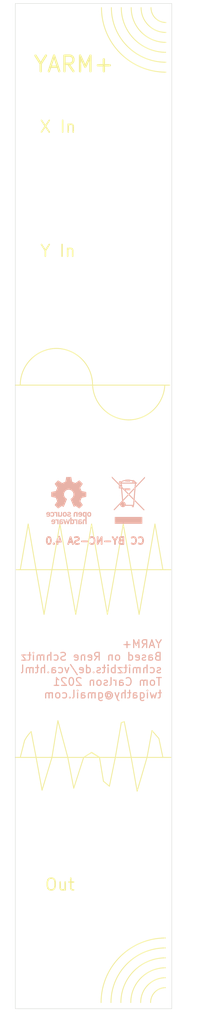
<source format=kicad_pcb>
(kicad_pcb (version 20171130) (host pcbnew "(5.1.9-0-10_14)")

  (general
    (thickness 1.6)
    (drawings 70)
    (tracks 0)
    (zones 0)
    (modules 7)
    (nets 1)
  )

  (page A4)
  (layers
    (0 F.Cu signal)
    (31 B.Cu signal)
    (32 B.Adhes user)
    (33 F.Adhes user)
    (34 B.Paste user)
    (35 F.Paste user)
    (36 B.SilkS user)
    (37 F.SilkS user)
    (38 B.Mask user)
    (39 F.Mask user)
    (40 Dwgs.User user)
    (41 Cmts.User user)
    (42 Eco1.User user)
    (43 Eco2.User user)
    (44 Edge.Cuts user)
    (45 Margin user)
    (46 B.CrtYd user)
    (47 F.CrtYd user)
    (48 B.Fab user)
    (49 F.Fab user)
  )

  (setup
    (last_trace_width 0.25)
    (trace_clearance 0.2)
    (zone_clearance 0.508)
    (zone_45_only no)
    (trace_min 0.2)
    (via_size 0.8)
    (via_drill 0.4)
    (via_min_size 0.4)
    (via_min_drill 0.3)
    (uvia_size 0.3)
    (uvia_drill 0.1)
    (uvias_allowed no)
    (uvia_min_size 0.2)
    (uvia_min_drill 0.1)
    (edge_width 0.05)
    (segment_width 0.2)
    (pcb_text_width 0.3)
    (pcb_text_size 1.5 1.5)
    (mod_edge_width 0.12)
    (mod_text_size 1 1)
    (mod_text_width 0.15)
    (pad_size 1.524 1.524)
    (pad_drill 0.762)
    (pad_to_mask_clearance 0)
    (aux_axis_origin 0 0)
    (visible_elements FFFFFF7F)
    (pcbplotparams
      (layerselection 0x010fc_ffffffff)
      (usegerberextensions false)
      (usegerberattributes true)
      (usegerberadvancedattributes true)
      (creategerberjobfile true)
      (excludeedgelayer true)
      (linewidth 0.100000)
      (plotframeref false)
      (viasonmask false)
      (mode 1)
      (useauxorigin false)
      (hpglpennumber 1)
      (hpglpenspeed 20)
      (hpglpendiameter 15.000000)
      (psnegative false)
      (psa4output false)
      (plotreference true)
      (plotvalue true)
      (plotinvisibletext false)
      (padsonsilk false)
      (subtractmaskfromsilk false)
      (outputformat 1)
      (mirror false)
      (drillshape 0)
      (scaleselection 1)
      (outputdirectory "panel/"))
  )

  (net 0 "")

  (net_class Default "This is the default net class."
    (clearance 0.2)
    (trace_width 0.25)
    (via_dia 0.8)
    (via_drill 0.4)
    (uvia_dia 0.3)
    (uvia_drill 0.1)
  )

  (net_class Power ""
    (clearance 0.2)
    (trace_width 0.5)
    (via_dia 0.8)
    (via_drill 0.4)
    (uvia_dia 0.3)
    (uvia_drill 0.1)
  )

  (module MountingHole:MountingHole_3.2mm_M3 (layer F.Cu) (tedit 5F2EF849) (tstamp 6098AB30)
    (at 173.2788 142.2146 180)
    (descr "Mounting Hole 3.2mm, no annular, M3")
    (tags "mounting hole 3.2mm no annular m3")
    (attr virtual)
    (fp_text reference REF** (at 0 -4.2) (layer F.SilkS) hide
      (effects (font (size 1 1) (thickness 0.15)))
    )
    (fp_text value MountingHole_3.2mm_M3 (at 0 4.2) (layer F.Fab)
      (effects (font (size 1 1) (thickness 0.15)))
    )
    (fp_circle (center 0 0) (end 3.2 0) (layer Cmts.User) (width 0.15))
    (fp_circle (center 0 0) (end 3.45 0) (layer F.CrtYd) (width 0.05))
    (fp_text user %R (at 0.3 0) (layer F.Fab)
      (effects (font (size 1 1) (thickness 0.15)))
    )
    (pad "" np_thru_hole circle (at 0 0 180) (size 6.1 6.1) (drill 6.1) (layers *.Cu *.Mask))
  )

  (module MountingHole:MountingHole_3.2mm_M3 (layer F.Cu) (tedit 5F2EF849) (tstamp 6098AA64)
    (at 173.2788 61.3156 180)
    (descr "Mounting Hole 3.2mm, no annular, M3")
    (tags "mounting hole 3.2mm no annular m3")
    (attr virtual)
    (fp_text reference REF** (at 0 -4.2) (layer F.SilkS) hide
      (effects (font (size 1 1) (thickness 0.15)))
    )
    (fp_text value MountingHole_3.2mm_M3 (at 0 4.2) (layer F.Fab)
      (effects (font (size 1 1) (thickness 0.15)))
    )
    (fp_circle (center 0 0) (end 3.45 0) (layer F.CrtYd) (width 0.05))
    (fp_circle (center 0 0) (end 3.2 0) (layer Cmts.User) (width 0.15))
    (fp_text user %R (at 0.3 0) (layer F.Fab)
      (effects (font (size 1 1) (thickness 0.15)))
    )
    (pad "" np_thru_hole circle (at 0 0 180) (size 6.1 6.1) (drill 6.1) (layers *.Cu *.Mask))
  )

  (module MountingHole:MountingHole_3.2mm_M3 (layer F.Cu) (tedit 5E9C4E3D) (tstamp 6098A8E2)
    (at 165.8366 32.7152)
    (descr "Mounting Hole 3.2mm, no annular, M3")
    (tags "mounting hole 3.2mm no annular m3")
    (attr virtual)
    (fp_text reference REF** (at 0 -4.2) (layer F.SilkS) hide
      (effects (font (size 1 1) (thickness 0.15)))
    )
    (fp_text value MountingHole_3.2mm_M3 (at 0 4.2) (layer F.Fab)
      (effects (font (size 1 1) (thickness 0.15)))
    )
    (fp_circle (center 0 0) (end 3.2 0) (layer Cmts.User) (width 0.15))
    (fp_circle (center 0 0) (end 3.45 0) (layer F.CrtYd) (width 0.05))
    (fp_text user %R (at 0.3 0) (layer F.Fab)
      (effects (font (size 1 1) (thickness 0.15)))
    )
    (pad "" np_thru_hole oval (at 0 0) (size 6.4 3.2) (drill oval 6.4 3.2) (layers *.Cu *.Mask))
  )

  (module MountingHole:MountingHole_3.2mm_M3 (layer F.Cu) (tedit 5E9C4E3D) (tstamp 6098A8CB)
    (at 165.8112 155.1432)
    (descr "Mounting Hole 3.2mm, no annular, M3")
    (tags "mounting hole 3.2mm no annular m3")
    (attr virtual)
    (fp_text reference REF** (at 0 -4.2) (layer F.SilkS) hide
      (effects (font (size 1 1) (thickness 0.15)))
    )
    (fp_text value MountingHole_3.2mm_M3 (at 0 4.2) (layer F.Fab)
      (effects (font (size 1 1) (thickness 0.15)))
    )
    (fp_circle (center 0 0) (end 3.2 0) (layer Cmts.User) (width 0.15))
    (fp_circle (center 0 0) (end 3.45 0) (layer F.CrtYd) (width 0.05))
    (fp_text user %R (at 0.3 0) (layer F.Fab)
      (effects (font (size 1 1) (thickness 0.15)))
    )
    (pad "" np_thru_hole oval (at 0 0) (size 6.4 3.2) (drill oval 6.4 3.2) (layers *.Cu *.Mask))
  )

  (module MountingHole:MountingHole_3.2mm_M3 (layer F.Cu) (tedit 5F2EF849) (tstamp 6098A8B3)
    (at 173.2788 45.4406)
    (descr "Mounting Hole 3.2mm, no annular, M3")
    (tags "mounting hole 3.2mm no annular m3")
    (attr virtual)
    (fp_text reference REF** (at 0 -4.2) (layer F.SilkS) hide
      (effects (font (size 1 1) (thickness 0.15)))
    )
    (fp_text value MountingHole_3.2mm_M3 (at 0 4.2) (layer F.Fab)
      (effects (font (size 1 1) (thickness 0.15)))
    )
    (fp_circle (center 0 0) (end 3.2 0) (layer Cmts.User) (width 0.15))
    (fp_circle (center 0 0) (end 3.45 0) (layer F.CrtYd) (width 0.05))
    (fp_text user %R (at 0.3 0) (layer F.Fab)
      (effects (font (size 1 1) (thickness 0.15)))
    )
    (pad "" np_thru_hole circle (at 0 0) (size 6.1 6.1) (drill 6.1) (layers *.Cu *.Mask))
  )

  (module Symbol:OSHW-Logo_5.7x6mm_SilkScreen (layer B.Cu) (tedit 0) (tstamp 6098A865)
    (at 165.1508 93.2434 180)
    (descr "Open Source Hardware Logo")
    (tags "Logo OSHW")
    (path /600400DA)
    (attr virtual)
    (fp_text reference J27 (at 0 0) (layer B.SilkS) hide
      (effects (font (size 1 1) (thickness 0.15)) (justify mirror))
    )
    (fp_text value OSHW (at 0.75 0) (layer B.Fab) hide
      (effects (font (size 1 1) (thickness 0.15)) (justify mirror))
    )
    (fp_poly (pts (xy 0.376964 2.709982) (xy 0.433812 2.40843) (xy 0.853338 2.235488) (xy 1.104984 2.406605)
      (xy 1.175458 2.45425) (xy 1.239163 2.49679) (xy 1.293126 2.532285) (xy 1.334373 2.55879)
      (xy 1.359934 2.574364) (xy 1.366895 2.577722) (xy 1.379435 2.569086) (xy 1.406231 2.545208)
      (xy 1.44428 2.509141) (xy 1.490579 2.463933) (xy 1.542123 2.412636) (xy 1.595909 2.358299)
      (xy 1.648935 2.303972) (xy 1.698195 2.252705) (xy 1.740687 2.207549) (xy 1.773407 2.171554)
      (xy 1.793351 2.14777) (xy 1.798119 2.13981) (xy 1.791257 2.125135) (xy 1.77202 2.092986)
      (xy 1.74243 2.046508) (xy 1.70451 1.988844) (xy 1.660282 1.92314) (xy 1.634654 1.885664)
      (xy 1.587941 1.817232) (xy 1.546432 1.75548) (xy 1.51214 1.703481) (xy 1.48708 1.664308)
      (xy 1.473264 1.641035) (xy 1.471188 1.636145) (xy 1.475895 1.622245) (xy 1.488723 1.58985)
      (xy 1.507738 1.543515) (xy 1.531003 1.487794) (xy 1.556584 1.427242) (xy 1.582545 1.366414)
      (xy 1.60695 1.309864) (xy 1.627863 1.262148) (xy 1.643349 1.227819) (xy 1.651472 1.211432)
      (xy 1.651952 1.210788) (xy 1.664707 1.207659) (xy 1.698677 1.200679) (xy 1.75034 1.190533)
      (xy 1.816176 1.177908) (xy 1.892664 1.163491) (xy 1.93729 1.155177) (xy 2.019021 1.139616)
      (xy 2.092843 1.124808) (xy 2.155021 1.111564) (xy 2.201822 1.100695) (xy 2.229509 1.093011)
      (xy 2.235074 1.090573) (xy 2.240526 1.07407) (xy 2.244924 1.0368) (xy 2.248272 0.98312)
      (xy 2.250574 0.917388) (xy 2.251832 0.843963) (xy 2.252048 0.767204) (xy 2.251227 0.691468)
      (xy 2.249371 0.621114) (xy 2.246482 0.5605) (xy 2.242565 0.513984) (xy 2.237622 0.485925)
      (xy 2.234657 0.480084) (xy 2.216934 0.473083) (xy 2.179381 0.463073) (xy 2.126964 0.451231)
      (xy 2.064652 0.438733) (xy 2.0429 0.43469) (xy 1.938024 0.41548) (xy 1.85518 0.400009)
      (xy 1.79163 0.387663) (xy 1.744637 0.377827) (xy 1.711463 0.369886) (xy 1.689371 0.363224)
      (xy 1.675624 0.357227) (xy 1.667484 0.351281) (xy 1.666345 0.350106) (xy 1.654977 0.331174)
      (xy 1.637635 0.294331) (xy 1.61605 0.244087) (xy 1.591954 0.184954) (xy 1.567079 0.121444)
      (xy 1.543157 0.058068) (xy 1.521919 -0.000662) (xy 1.505097 -0.050235) (xy 1.494422 -0.086139)
      (xy 1.491627 -0.103862) (xy 1.49186 -0.104483) (xy 1.501331 -0.11897) (xy 1.522818 -0.150844)
      (xy 1.554063 -0.196789) (xy 1.592807 -0.253485) (xy 1.636793 -0.317617) (xy 1.649319 -0.335842)
      (xy 1.693984 -0.401914) (xy 1.733288 -0.4622) (xy 1.765088 -0.513235) (xy 1.787245 -0.55156)
      (xy 1.797617 -0.573711) (xy 1.798119 -0.576432) (xy 1.789405 -0.590736) (xy 1.765325 -0.619072)
      (xy 1.728976 -0.658396) (xy 1.683453 -0.705661) (xy 1.631852 -0.757823) (xy 1.577267 -0.811835)
      (xy 1.522794 -0.864653) (xy 1.471529 -0.913231) (xy 1.426567 -0.954523) (xy 1.391004 -0.985485)
      (xy 1.367935 -1.00307) (xy 1.361554 -1.005941) (xy 1.346699 -0.999178) (xy 1.316286 -0.980939)
      (xy 1.275268 -0.954297) (xy 1.243709 -0.932852) (xy 1.186525 -0.893503) (xy 1.118806 -0.847171)
      (xy 1.05088 -0.800913) (xy 1.014361 -0.776155) (xy 0.890752 -0.692547) (xy 0.786991 -0.74865)
      (xy 0.73972 -0.773228) (xy 0.699523 -0.792331) (xy 0.672326 -0.803227) (xy 0.665402 -0.804743)
      (xy 0.657077 -0.793549) (xy 0.640654 -0.761917) (xy 0.617357 -0.712765) (xy 0.588414 -0.64901)
      (xy 0.55505 -0.573571) (xy 0.518491 -0.489364) (xy 0.479964 -0.399308) (xy 0.440694 -0.306321)
      (xy 0.401908 -0.21332) (xy 0.36483 -0.123223) (xy 0.330689 -0.038948) (xy 0.300708 0.036587)
      (xy 0.276116 0.100466) (xy 0.258136 0.149769) (xy 0.247997 0.181579) (xy 0.246366 0.192504)
      (xy 0.259291 0.206439) (xy 0.287589 0.22906) (xy 0.325346 0.255667) (xy 0.328515 0.257772)
      (xy 0.4261 0.335886) (xy 0.504786 0.427018) (xy 0.563891 0.528255) (xy 0.602732 0.636682)
      (xy 0.620628 0.749386) (xy 0.616897 0.863452) (xy 0.590857 0.975966) (xy 0.541825 1.084015)
      (xy 0.5274 1.107655) (xy 0.452369 1.203113) (xy 0.36373 1.279768) (xy 0.264549 1.33722)
      (xy 0.157895 1.375071) (xy 0.046836 1.392922) (xy -0.065561 1.390375) (xy -0.176227 1.36703)
      (xy -0.282094 1.32249) (xy -0.380095 1.256355) (xy -0.41041 1.229513) (xy -0.487562 1.145488)
      (xy -0.543782 1.057034) (xy -0.582347 0.957885) (xy -0.603826 0.859697) (xy -0.609128 0.749303)
      (xy -0.591448 0.63836) (xy -0.552581 0.530619) (xy -0.494323 0.429831) (xy -0.418469 0.339744)
      (xy -0.326817 0.264108) (xy -0.314772 0.256136) (xy -0.276611 0.230026) (xy -0.247601 0.207405)
      (xy -0.233732 0.192961) (xy -0.233531 0.192504) (xy -0.236508 0.176879) (xy -0.248311 0.141418)
      (xy -0.267714 0.089038) (xy -0.293488 0.022655) (xy -0.324409 -0.054814) (xy -0.359249 -0.14045)
      (xy -0.396783 -0.231337) (xy -0.435783 -0.324559) (xy -0.475023 -0.417197) (xy -0.513276 -0.506335)
      (xy -0.549317 -0.589055) (xy -0.581917 -0.662441) (xy -0.609852 -0.723575) (xy -0.631895 -0.769541)
      (xy -0.646818 -0.797421) (xy -0.652828 -0.804743) (xy -0.671191 -0.799041) (xy -0.705552 -0.783749)
      (xy -0.749984 -0.761599) (xy -0.774417 -0.74865) (xy -0.878178 -0.692547) (xy -1.001787 -0.776155)
      (xy -1.064886 -0.818987) (xy -1.13397 -0.866122) (xy -1.198707 -0.910503) (xy -1.231134 -0.932852)
      (xy -1.276741 -0.963477) (xy -1.31536 -0.987747) (xy -1.341952 -1.002587) (xy -1.35059 -1.005724)
      (xy -1.363161 -0.997261) (xy -1.390984 -0.973636) (xy -1.431361 -0.937302) (xy -1.481595 -0.890711)
      (xy -1.538988 -0.836317) (xy -1.575286 -0.801392) (xy -1.63879 -0.738996) (xy -1.693673 -0.683188)
      (xy -1.737714 -0.636354) (xy -1.768695 -0.600882) (xy -1.784398 -0.579161) (xy -1.785905 -0.574752)
      (xy -1.778914 -0.557985) (xy -1.759594 -0.524082) (xy -1.730091 -0.476476) (xy -1.692545 -0.418599)
      (xy -1.6491 -0.353884) (xy -1.636745 -0.335842) (xy -1.591727 -0.270267) (xy -1.55134 -0.211228)
      (xy -1.51784 -0.162042) (xy -1.493486 -0.126028) (xy -1.480536 -0.106502) (xy -1.479285 -0.104483)
      (xy -1.481156 -0.088922) (xy -1.491087 -0.054709) (xy -1.507347 -0.006355) (xy -1.528205 0.051629)
      (xy -1.551927 0.11473) (xy -1.576784 0.178437) (xy -1.601042 0.238239) (xy -1.622971 0.289624)
      (xy -1.640838 0.328081) (xy -1.652913 0.349098) (xy -1.653771 0.350106) (xy -1.661154 0.356112)
      (xy -1.673625 0.362052) (xy -1.69392 0.36854) (xy -1.724778 0.376191) (xy -1.768934 0.38562)
      (xy -1.829126 0.397441) (xy -1.908093 0.412271) (xy -2.00857 0.430723) (xy -2.030325 0.43469)
      (xy -2.094802 0.447147) (xy -2.151011 0.459334) (xy -2.193987 0.470074) (xy -2.21876 0.478191)
      (xy -2.222082 0.480084) (xy -2.227556 0.496862) (xy -2.232006 0.534355) (xy -2.235428 0.588206)
      (xy -2.237819 0.654056) (xy -2.239177 0.727547) (xy -2.239499 0.80432) (xy -2.238781 0.880017)
      (xy -2.237021 0.95028) (xy -2.234216 1.01075) (xy -2.230362 1.05707) (xy -2.225457 1.084881)
      (xy -2.2225 1.090573) (xy -2.206037 1.096314) (xy -2.168551 1.105655) (xy -2.113775 1.117785)
      (xy -2.045445 1.131893) (xy -1.967294 1.14717) (xy -1.924716 1.155177) (xy -1.843929 1.170279)
      (xy -1.771887 1.18396) (xy -1.712111 1.195533) (xy -1.668121 1.204313) (xy -1.643439 1.209613)
      (xy -1.639377 1.210788) (xy -1.632511 1.224035) (xy -1.617998 1.255943) (xy -1.597771 1.301953)
      (xy -1.573766 1.357508) (xy -1.547918 1.418047) (xy -1.52216 1.479014) (xy -1.498427 1.535849)
      (xy -1.478654 1.583994) (xy -1.464776 1.61889) (xy -1.458726 1.635979) (xy -1.458614 1.636726)
      (xy -1.465472 1.650207) (xy -1.484698 1.68123) (xy -1.514272 1.726711) (xy -1.552173 1.783568)
      (xy -1.59638 1.848717) (xy -1.622079 1.886138) (xy -1.668907 1.954753) (xy -1.710499 2.017048)
      (xy -1.744825 2.069871) (xy -1.769857 2.110073) (xy -1.783565 2.1345) (xy -1.785544 2.139976)
      (xy -1.777034 2.152722) (xy -1.753507 2.179937) (xy -1.717968 2.218572) (xy -1.673423 2.265577)
      (xy -1.622877 2.317905) (xy -1.569336 2.372505) (xy -1.515805 2.42633) (xy -1.465289 2.47633)
      (xy -1.420794 2.519457) (xy -1.385325 2.552661) (xy -1.361887 2.572894) (xy -1.354046 2.577722)
      (xy -1.34128 2.570933) (xy -1.310744 2.551858) (xy -1.26541 2.522439) (xy -1.208244 2.484619)
      (xy -1.142216 2.440339) (xy -1.09241 2.406605) (xy -0.840764 2.235488) (xy -0.631001 2.321959)
      (xy -0.421237 2.40843) (xy -0.364389 2.709982) (xy -0.30754 3.011534) (xy 0.320115 3.011534)
      (xy 0.376964 2.709982)) (layer B.SilkS) (width 0.01))
    (fp_poly (pts (xy 1.79946 -1.45803) (xy 1.842711 -1.471245) (xy 1.870558 -1.487941) (xy 1.879629 -1.501145)
      (xy 1.877132 -1.516797) (xy 1.860931 -1.541385) (xy 1.847232 -1.5588) (xy 1.818992 -1.590283)
      (xy 1.797775 -1.603529) (xy 1.779688 -1.602664) (xy 1.726035 -1.58901) (xy 1.68663 -1.58963)
      (xy 1.654632 -1.605104) (xy 1.64389 -1.614161) (xy 1.609505 -1.646027) (xy 1.609505 -2.062179)
      (xy 1.471188 -2.062179) (xy 1.471188 -1.458614) (xy 1.540347 -1.458614) (xy 1.581869 -1.460256)
      (xy 1.603291 -1.466087) (xy 1.609502 -1.477461) (xy 1.609505 -1.477798) (xy 1.612439 -1.489713)
      (xy 1.625704 -1.488159) (xy 1.644084 -1.479563) (xy 1.682046 -1.463568) (xy 1.712872 -1.453945)
      (xy 1.752536 -1.451478) (xy 1.79946 -1.45803)) (layer B.SilkS) (width 0.01))
    (fp_poly (pts (xy -0.754012 -1.469002) (xy -0.722717 -1.48395) (xy -0.692409 -1.505541) (xy -0.669318 -1.530391)
      (xy -0.6525 -1.562087) (xy -0.641006 -1.604214) (xy -0.633891 -1.660358) (xy -0.630207 -1.734106)
      (xy -0.629008 -1.829044) (xy -0.628989 -1.838985) (xy -0.628713 -2.062179) (xy -0.76703 -2.062179)
      (xy -0.76703 -1.856418) (xy -0.767128 -1.780189) (xy -0.767809 -1.724939) (xy -0.769651 -1.686501)
      (xy -0.773233 -1.660706) (xy -0.779132 -1.643384) (xy -0.787927 -1.630368) (xy -0.80018 -1.617507)
      (xy -0.843047 -1.589873) (xy -0.889843 -1.584745) (xy -0.934424 -1.602217) (xy -0.949928 -1.615221)
      (xy -0.96131 -1.627447) (xy -0.969481 -1.64054) (xy -0.974974 -1.658615) (xy -0.97832 -1.685787)
      (xy -0.980051 -1.72617) (xy -0.980697 -1.783879) (xy -0.980792 -1.854132) (xy -0.980792 -2.062179)
      (xy -1.119109 -2.062179) (xy -1.119109 -1.458614) (xy -1.04995 -1.458614) (xy -1.008428 -1.460256)
      (xy -0.987006 -1.466087) (xy -0.980795 -1.477461) (xy -0.980792 -1.477798) (xy -0.97791 -1.488938)
      (xy -0.965199 -1.487674) (xy -0.939926 -1.475434) (xy -0.882605 -1.457424) (xy -0.817037 -1.455421)
      (xy -0.754012 -1.469002)) (layer B.SilkS) (width 0.01))
    (fp_poly (pts (xy 2.677898 -1.456457) (xy 2.710096 -1.464279) (xy 2.771825 -1.492921) (xy 2.82461 -1.536667)
      (xy 2.861141 -1.589117) (xy 2.86616 -1.600893) (xy 2.873045 -1.63174) (xy 2.877864 -1.677371)
      (xy 2.879505 -1.723492) (xy 2.879505 -1.810693) (xy 2.697178 -1.810693) (xy 2.621979 -1.810978)
      (xy 2.569003 -1.812704) (xy 2.535325 -1.817181) (xy 2.51802 -1.82572) (xy 2.514163 -1.83963)
      (xy 2.520829 -1.860222) (xy 2.53277 -1.884315) (xy 2.56608 -1.924525) (xy 2.612368 -1.944558)
      (xy 2.668944 -1.943905) (xy 2.733031 -1.922101) (xy 2.788417 -1.895193) (xy 2.834375 -1.931532)
      (xy 2.880333 -1.967872) (xy 2.837096 -2.007819) (xy 2.779374 -2.045563) (xy 2.708386 -2.06832)
      (xy 2.632029 -2.074688) (xy 2.558199 -2.063268) (xy 2.546287 -2.059393) (xy 2.481399 -2.025506)
      (xy 2.43313 -1.974986) (xy 2.400465 -1.906325) (xy 2.382385 -1.818014) (xy 2.382175 -1.816121)
      (xy 2.380556 -1.719878) (xy 2.3871 -1.685542) (xy 2.514852 -1.685542) (xy 2.526584 -1.690822)
      (xy 2.558438 -1.694867) (xy 2.605397 -1.697176) (xy 2.635154 -1.697525) (xy 2.690648 -1.697306)
      (xy 2.725346 -1.695916) (xy 2.743601 -1.692251) (xy 2.749766 -1.68521) (xy 2.748195 -1.67369)
      (xy 2.746878 -1.669233) (xy 2.724382 -1.627355) (xy 2.689003 -1.593604) (xy 2.65778 -1.578773)
      (xy 2.616301 -1.579668) (xy 2.574269 -1.598164) (xy 2.539012 -1.628786) (xy 2.517854 -1.666062)
      (xy 2.514852 -1.685542) (xy 2.3871 -1.685542) (xy 2.39669 -1.635229) (xy 2.428698 -1.564191)
      (xy 2.474701 -1.508779) (xy 2.532821 -1.471009) (xy 2.60118 -1.452896) (xy 2.677898 -1.456457)) (layer B.SilkS) (width 0.01))
    (fp_poly (pts (xy 2.217226 -1.46388) (xy 2.29008 -1.49483) (xy 2.313027 -1.509895) (xy 2.342354 -1.533048)
      (xy 2.360764 -1.551253) (xy 2.363961 -1.557183) (xy 2.354935 -1.57034) (xy 2.331837 -1.592667)
      (xy 2.313344 -1.60825) (xy 2.262728 -1.648926) (xy 2.22276 -1.615295) (xy 2.191874 -1.593584)
      (xy 2.161759 -1.58609) (xy 2.127292 -1.58792) (xy 2.072561 -1.601528) (xy 2.034886 -1.629772)
      (xy 2.011991 -1.675433) (xy 2.001597 -1.741289) (xy 2.001595 -1.741331) (xy 2.002494 -1.814939)
      (xy 2.016463 -1.868946) (xy 2.044328 -1.905716) (xy 2.063325 -1.918168) (xy 2.113776 -1.933673)
      (xy 2.167663 -1.933683) (xy 2.214546 -1.918638) (xy 2.225644 -1.911287) (xy 2.253476 -1.892511)
      (xy 2.275236 -1.889434) (xy 2.298704 -1.903409) (xy 2.324649 -1.92851) (xy 2.365716 -1.97088)
      (xy 2.320121 -2.008464) (xy 2.249674 -2.050882) (xy 2.170233 -2.071785) (xy 2.087215 -2.070272)
      (xy 2.032694 -2.056411) (xy 1.96897 -2.022135) (xy 1.918005 -1.968212) (xy 1.894851 -1.930149)
      (xy 1.876099 -1.875536) (xy 1.866715 -1.806369) (xy 1.866643 -1.731407) (xy 1.875824 -1.659409)
      (xy 1.894199 -1.599137) (xy 1.897093 -1.592958) (xy 1.939952 -1.532351) (xy 1.997979 -1.488224)
      (xy 2.066591 -1.461493) (xy 2.141201 -1.453073) (xy 2.217226 -1.46388)) (layer B.SilkS) (width 0.01))
    (fp_poly (pts (xy 0.993367 -1.654342) (xy 0.994555 -1.746563) (xy 0.998897 -1.81661) (xy 1.007558 -1.867381)
      (xy 1.021704 -1.901772) (xy 1.0425 -1.922679) (xy 1.07111 -1.933) (xy 1.106535 -1.935636)
      (xy 1.143636 -1.932682) (xy 1.171818 -1.921889) (xy 1.192243 -1.90036) (xy 1.206079 -1.865199)
      (xy 1.214491 -1.81351) (xy 1.218643 -1.742394) (xy 1.219703 -1.654342) (xy 1.219703 -1.458614)
      (xy 1.35802 -1.458614) (xy 1.35802 -2.062179) (xy 1.288862 -2.062179) (xy 1.24717 -2.060489)
      (xy 1.225701 -2.054556) (xy 1.219703 -2.043293) (xy 1.216091 -2.033261) (xy 1.201714 -2.035383)
      (xy 1.172736 -2.04958) (xy 1.106319 -2.07148) (xy 1.035875 -2.069928) (xy 0.968377 -2.046147)
      (xy 0.936233 -2.027362) (xy 0.911715 -2.007022) (xy 0.893804 -1.981573) (xy 0.881479 -1.947458)
      (xy 0.873723 -1.901121) (xy 0.869516 -1.839007) (xy 0.86784 -1.757561) (xy 0.867624 -1.694578)
      (xy 0.867624 -1.458614) (xy 0.993367 -1.458614) (xy 0.993367 -1.654342)) (layer B.SilkS) (width 0.01))
    (fp_poly (pts (xy 0.610762 -1.466055) (xy 0.674363 -1.500692) (xy 0.724123 -1.555372) (xy 0.747568 -1.599842)
      (xy 0.757634 -1.639121) (xy 0.764156 -1.695116) (xy 0.766951 -1.759621) (xy 0.765836 -1.824429)
      (xy 0.760626 -1.881334) (xy 0.754541 -1.911727) (xy 0.734014 -1.953306) (xy 0.698463 -1.997468)
      (xy 0.655619 -2.036087) (xy 0.613211 -2.061034) (xy 0.612177 -2.06143) (xy 0.559553 -2.072331)
      (xy 0.497188 -2.072601) (xy 0.437924 -2.062676) (xy 0.41504 -2.054722) (xy 0.356102 -2.0213)
      (xy 0.31389 -1.977511) (xy 0.286156 -1.919538) (xy 0.270651 -1.843565) (xy 0.267143 -1.803771)
      (xy 0.26759 -1.753766) (xy 0.402376 -1.753766) (xy 0.406917 -1.826732) (xy 0.419986 -1.882334)
      (xy 0.440756 -1.917861) (xy 0.455552 -1.92802) (xy 0.493464 -1.935104) (xy 0.538527 -1.933007)
      (xy 0.577487 -1.922812) (xy 0.587704 -1.917204) (xy 0.614659 -1.884538) (xy 0.632451 -1.834545)
      (xy 0.640024 -1.773705) (xy 0.636325 -1.708497) (xy 0.628057 -1.669253) (xy 0.60432 -1.623805)
      (xy 0.566849 -1.595396) (xy 0.52172 -1.585573) (xy 0.475011 -1.595887) (xy 0.439132 -1.621112)
      (xy 0.420277 -1.641925) (xy 0.409272 -1.662439) (xy 0.404026 -1.690203) (xy 0.402449 -1.732762)
      (xy 0.402376 -1.753766) (xy 0.26759 -1.753766) (xy 0.268094 -1.69758) (xy 0.285388 -1.610501)
      (xy 0.319029 -1.54253) (xy 0.369018 -1.493664) (xy 0.435356 -1.463899) (xy 0.449601 -1.460448)
      (xy 0.53521 -1.452345) (xy 0.610762 -1.466055)) (layer B.SilkS) (width 0.01))
    (fp_poly (pts (xy 0.014017 -1.456452) (xy 0.061634 -1.465482) (xy 0.111034 -1.48437) (xy 0.116312 -1.486777)
      (xy 0.153774 -1.506476) (xy 0.179717 -1.524781) (xy 0.188103 -1.536508) (xy 0.180117 -1.555632)
      (xy 0.16072 -1.58385) (xy 0.15211 -1.594384) (xy 0.116628 -1.635847) (xy 0.070885 -1.608858)
      (xy 0.02735 -1.590878) (xy -0.02295 -1.581267) (xy -0.071188 -1.58066) (xy -0.108533 -1.589691)
      (xy -0.117495 -1.595327) (xy -0.134563 -1.621171) (xy -0.136637 -1.650941) (xy -0.123866 -1.674197)
      (xy -0.116312 -1.678708) (xy -0.093675 -1.684309) (xy -0.053885 -1.690892) (xy -0.004834 -1.697183)
      (xy 0.004215 -1.69817) (xy 0.082996 -1.711798) (xy 0.140136 -1.734946) (xy 0.17803 -1.769752)
      (xy 0.199079 -1.818354) (xy 0.205635 -1.877718) (xy 0.196577 -1.945198) (xy 0.167164 -1.998188)
      (xy 0.117278 -2.036783) (xy 0.0468 -2.061081) (xy -0.031435 -2.070667) (xy -0.095234 -2.070552)
      (xy -0.146984 -2.061845) (xy -0.182327 -2.049825) (xy -0.226983 -2.02888) (xy -0.268253 -2.004574)
      (xy -0.282921 -1.993876) (xy -0.320643 -1.963084) (xy -0.275148 -1.917049) (xy -0.229653 -1.871013)
      (xy -0.177928 -1.905243) (xy -0.126048 -1.930952) (xy -0.070649 -1.944399) (xy -0.017395 -1.945818)
      (xy 0.028049 -1.935443) (xy 0.060016 -1.913507) (xy 0.070338 -1.894998) (xy 0.068789 -1.865314)
      (xy 0.04314 -1.842615) (xy -0.00654 -1.82694) (xy -0.060969 -1.819695) (xy -0.144736 -1.805873)
      (xy -0.206967 -1.779796) (xy -0.248493 -1.740699) (xy -0.270147 -1.68782) (xy -0.273147 -1.625126)
      (xy -0.258329 -1.559642) (xy -0.224546 -1.510144) (xy -0.171495 -1.476408) (xy -0.098874 -1.458207)
      (xy -0.045072 -1.454639) (xy 0.014017 -1.456452)) (layer B.SilkS) (width 0.01))
    (fp_poly (pts (xy -1.356699 -1.472614) (xy -1.344168 -1.478514) (xy -1.300799 -1.510283) (xy -1.25979 -1.556646)
      (xy -1.229168 -1.607696) (xy -1.220459 -1.631166) (xy -1.212512 -1.673091) (xy -1.207774 -1.723757)
      (xy -1.207199 -1.744679) (xy -1.207129 -1.810693) (xy -1.587083 -1.810693) (xy -1.578983 -1.845273)
      (xy -1.559104 -1.88617) (xy -1.524347 -1.921514) (xy -1.482998 -1.944282) (xy -1.456649 -1.94901)
      (xy -1.420916 -1.943273) (xy -1.378282 -1.928882) (xy -1.363799 -1.922262) (xy -1.31024 -1.895513)
      (xy -1.264533 -1.930376) (xy -1.238158 -1.953955) (xy -1.224124 -1.973417) (xy -1.223414 -1.979129)
      (xy -1.235951 -1.992973) (xy -1.263428 -2.014012) (xy -1.288366 -2.030425) (xy -1.355664 -2.05993)
      (xy -1.43111 -2.073284) (xy -1.505888 -2.069812) (xy -1.565495 -2.051663) (xy -1.626941 -2.012784)
      (xy -1.670608 -1.961595) (xy -1.697926 -1.895367) (xy -1.710322 -1.811371) (xy -1.711421 -1.772936)
      (xy -1.707022 -1.684861) (xy -1.706482 -1.682299) (xy -1.580582 -1.682299) (xy -1.577115 -1.690558)
      (xy -1.562863 -1.695113) (xy -1.53347 -1.697065) (xy -1.484575 -1.697517) (xy -1.465748 -1.697525)
      (xy -1.408467 -1.696843) (xy -1.372141 -1.694364) (xy -1.352604 -1.689443) (xy -1.34569 -1.681434)
      (xy -1.345445 -1.678862) (xy -1.353336 -1.658423) (xy -1.373085 -1.629789) (xy -1.381575 -1.619763)
      (xy -1.413094 -1.591408) (xy -1.445949 -1.580259) (xy -1.463651 -1.579327) (xy -1.511539 -1.590981)
      (xy -1.551699 -1.622285) (xy -1.577173 -1.667752) (xy -1.577625 -1.669233) (xy -1.580582 -1.682299)
      (xy -1.706482 -1.682299) (xy -1.692392 -1.61551) (xy -1.666038 -1.560025) (xy -1.633807 -1.520639)
      (xy -1.574217 -1.477931) (xy -1.504168 -1.455109) (xy -1.429661 -1.453046) (xy -1.356699 -1.472614)) (layer B.SilkS) (width 0.01))
    (fp_poly (pts (xy -2.538261 -1.465148) (xy -2.472479 -1.494231) (xy -2.42254 -1.542793) (xy -2.388374 -1.610908)
      (xy -2.369907 -1.698651) (xy -2.368583 -1.712351) (xy -2.367546 -1.808939) (xy -2.380993 -1.893602)
      (xy -2.408108 -1.962221) (xy -2.422627 -1.984294) (xy -2.473201 -2.031011) (xy -2.537609 -2.061268)
      (xy -2.609666 -2.073824) (xy -2.683185 -2.067439) (xy -2.739072 -2.047772) (xy -2.787132 -2.014629)
      (xy -2.826412 -1.971175) (xy -2.827092 -1.970158) (xy -2.843044 -1.943338) (xy -2.85341 -1.916368)
      (xy -2.859688 -1.882332) (xy -2.863373 -1.83431) (xy -2.864997 -1.794931) (xy -2.865672 -1.759219)
      (xy -2.739955 -1.759219) (xy -2.738726 -1.79477) (xy -2.734266 -1.842094) (xy -2.726397 -1.872465)
      (xy -2.712207 -1.894072) (xy -2.698917 -1.906694) (xy -2.651802 -1.933122) (xy -2.602505 -1.936653)
      (xy -2.556593 -1.917639) (xy -2.533638 -1.896331) (xy -2.517096 -1.874859) (xy -2.507421 -1.854313)
      (xy -2.503174 -1.827574) (xy -2.50292 -1.787523) (xy -2.504228 -1.750638) (xy -2.507043 -1.697947)
      (xy -2.511505 -1.663772) (xy -2.519548 -1.64148) (xy -2.533103 -1.624442) (xy -2.543845 -1.614703)
      (xy -2.588777 -1.589123) (xy -2.637249 -1.587847) (xy -2.677894 -1.602999) (xy -2.712567 -1.634642)
      (xy -2.733224 -1.68662) (xy -2.739955 -1.759219) (xy -2.865672 -1.759219) (xy -2.866479 -1.716621)
      (xy -2.863948 -1.658056) (xy -2.856362 -1.614007) (xy -2.842681 -1.579248) (xy -2.821865 -1.548551)
      (xy -2.814147 -1.539436) (xy -2.765889 -1.494021) (xy -2.714128 -1.467493) (xy -2.650828 -1.456379)
      (xy -2.619961 -1.455471) (xy -2.538261 -1.465148)) (layer B.SilkS) (width 0.01))
    (fp_poly (pts (xy 2.032581 -2.40497) (xy 2.092685 -2.420597) (xy 2.143021 -2.452848) (xy 2.167393 -2.47694)
      (xy 2.207345 -2.533895) (xy 2.230242 -2.599965) (xy 2.238108 -2.681182) (xy 2.238148 -2.687748)
      (xy 2.238218 -2.753763) (xy 1.858264 -2.753763) (xy 1.866363 -2.788342) (xy 1.880987 -2.819659)
      (xy 1.906581 -2.852291) (xy 1.911935 -2.8575) (xy 1.957943 -2.885694) (xy 2.01041 -2.890475)
      (xy 2.070803 -2.871926) (xy 2.08104 -2.866931) (xy 2.112439 -2.851745) (xy 2.13347 -2.843094)
      (xy 2.137139 -2.842293) (xy 2.149948 -2.850063) (xy 2.174378 -2.869072) (xy 2.186779 -2.87946)
      (xy 2.212476 -2.903321) (xy 2.220915 -2.919077) (xy 2.215058 -2.933571) (xy 2.211928 -2.937534)
      (xy 2.190725 -2.954879) (xy 2.155738 -2.975959) (xy 2.131337 -2.988265) (xy 2.062072 -3.009946)
      (xy 1.985388 -3.016971) (xy 1.912765 -3.008647) (xy 1.892426 -3.002686) (xy 1.829476 -2.968952)
      (xy 1.782815 -2.917045) (xy 1.752173 -2.846459) (xy 1.737282 -2.756692) (xy 1.735647 -2.709753)
      (xy 1.740421 -2.641413) (xy 1.86099 -2.641413) (xy 1.872652 -2.646465) (xy 1.903998 -2.650429)
      (xy 1.949571 -2.652768) (xy 1.980446 -2.653169) (xy 2.035981 -2.652783) (xy 2.071033 -2.650975)
      (xy 2.090262 -2.646773) (xy 2.09833 -2.639203) (xy 2.099901 -2.628218) (xy 2.089121 -2.594381)
      (xy 2.06198 -2.56094) (xy 2.026277 -2.535272) (xy 1.99056 -2.524772) (xy 1.942048 -2.534086)
      (xy 1.900053 -2.561013) (xy 1.870936 -2.599827) (xy 1.86099 -2.641413) (xy 1.740421 -2.641413)
      (xy 1.742599 -2.610236) (xy 1.764055 -2.530949) (xy 1.80047 -2.471263) (xy 1.852297 -2.430549)
      (xy 1.91999 -2.408179) (xy 1.956662 -2.403871) (xy 2.032581 -2.40497)) (layer B.SilkS) (width 0.01))
    (fp_poly (pts (xy 1.635255 -2.401486) (xy 1.683595 -2.411015) (xy 1.711114 -2.425125) (xy 1.740064 -2.448568)
      (xy 1.698876 -2.500571) (xy 1.673482 -2.532064) (xy 1.656238 -2.547428) (xy 1.639102 -2.549776)
      (xy 1.614027 -2.542217) (xy 1.602257 -2.537941) (xy 1.55427 -2.531631) (xy 1.510324 -2.545156)
      (xy 1.47806 -2.57571) (xy 1.472819 -2.585452) (xy 1.467112 -2.611258) (xy 1.462706 -2.658817)
      (xy 1.459811 -2.724758) (xy 1.458631 -2.80571) (xy 1.458614 -2.817226) (xy 1.458614 -3.017822)
      (xy 1.320297 -3.017822) (xy 1.320297 -2.401683) (xy 1.389456 -2.401683) (xy 1.429333 -2.402725)
      (xy 1.450107 -2.407358) (xy 1.457789 -2.417849) (xy 1.458614 -2.427745) (xy 1.458614 -2.453806)
      (xy 1.491745 -2.427745) (xy 1.529735 -2.409965) (xy 1.58077 -2.401174) (xy 1.635255 -2.401486)) (layer B.SilkS) (width 0.01))
    (fp_poly (pts (xy 1.038411 -2.405417) (xy 1.091411 -2.41829) (xy 1.106731 -2.42511) (xy 1.136428 -2.442974)
      (xy 1.15922 -2.463093) (xy 1.176083 -2.488962) (xy 1.187998 -2.524073) (xy 1.195942 -2.57192)
      (xy 1.200894 -2.635996) (xy 1.203831 -2.719794) (xy 1.204947 -2.775768) (xy 1.209052 -3.017822)
      (xy 1.138932 -3.017822) (xy 1.096393 -3.016038) (xy 1.074476 -3.009942) (xy 1.068812 -2.999706)
      (xy 1.065821 -2.988637) (xy 1.052451 -2.990754) (xy 1.034233 -2.999629) (xy 0.988624 -3.013233)
      (xy 0.930007 -3.016899) (xy 0.868354 -3.010903) (xy 0.813638 -2.995521) (xy 0.80873 -2.993386)
      (xy 0.758723 -2.958255) (xy 0.725756 -2.909419) (xy 0.710587 -2.852333) (xy 0.711746 -2.831824)
      (xy 0.835508 -2.831824) (xy 0.846413 -2.859425) (xy 0.878745 -2.879204) (xy 0.93091 -2.889819)
      (xy 0.958787 -2.891228) (xy 1.005247 -2.88762) (xy 1.036129 -2.873597) (xy 1.043664 -2.866931)
      (xy 1.064076 -2.830666) (xy 1.068812 -2.797773) (xy 1.068812 -2.753763) (xy 1.007513 -2.753763)
      (xy 0.936256 -2.757395) (xy 0.886276 -2.768818) (xy 0.854696 -2.788824) (xy 0.847626 -2.797743)
      (xy 0.835508 -2.831824) (xy 0.711746 -2.831824) (xy 0.713971 -2.792456) (xy 0.736663 -2.735244)
      (xy 0.767624 -2.69658) (xy 0.786376 -2.679864) (xy 0.804733 -2.668878) (xy 0.828619 -2.66218)
      (xy 0.863957 -2.658326) (xy 0.916669 -2.655873) (xy 0.937577 -2.655168) (xy 1.068812 -2.650879)
      (xy 1.06862 -2.611158) (xy 1.063537 -2.569405) (xy 1.045162 -2.544158) (xy 1.008039 -2.52803)
      (xy 1.007043 -2.527742) (xy 0.95441 -2.5214) (xy 0.902906 -2.529684) (xy 0.86463 -2.549827)
      (xy 0.849272 -2.559773) (xy 0.83273 -2.558397) (xy 0.807275 -2.543987) (xy 0.792328 -2.533817)
      (xy 0.763091 -2.512088) (xy 0.74498 -2.4958) (xy 0.742074 -2.491137) (xy 0.75404 -2.467005)
      (xy 0.789396 -2.438185) (xy 0.804753 -2.428461) (xy 0.848901 -2.411714) (xy 0.908398 -2.402227)
      (xy 0.974487 -2.400095) (xy 1.038411 -2.405417)) (layer B.SilkS) (width 0.01))
    (fp_poly (pts (xy 0.281524 -2.404237) (xy 0.331255 -2.407971) (xy 0.461291 -2.797773) (xy 0.481678 -2.728614)
      (xy 0.493946 -2.685874) (xy 0.510085 -2.628115) (xy 0.527512 -2.564625) (xy 0.536726 -2.53057)
      (xy 0.571388 -2.401683) (xy 0.714391 -2.401683) (xy 0.671646 -2.536857) (xy 0.650596 -2.603342)
      (xy 0.625167 -2.683539) (xy 0.59861 -2.767193) (xy 0.574902 -2.841782) (xy 0.520902 -3.011535)
      (xy 0.462598 -3.015328) (xy 0.404295 -3.019122) (xy 0.372679 -2.914734) (xy 0.353182 -2.849889)
      (xy 0.331904 -2.7784) (xy 0.313308 -2.715263) (xy 0.312574 -2.71275) (xy 0.298684 -2.669969)
      (xy 0.286429 -2.640779) (xy 0.277846 -2.629741) (xy 0.276082 -2.631018) (xy 0.269891 -2.64813)
      (xy 0.258128 -2.684787) (xy 0.242225 -2.736378) (xy 0.223614 -2.798294) (xy 0.213543 -2.832352)
      (xy 0.159007 -3.017822) (xy 0.043264 -3.017822) (xy -0.049263 -2.725471) (xy -0.075256 -2.643462)
      (xy -0.098934 -2.568987) (xy -0.11918 -2.505544) (xy -0.134874 -2.456632) (xy -0.144898 -2.425749)
      (xy -0.147945 -2.416726) (xy -0.145533 -2.407487) (xy -0.126592 -2.403441) (xy -0.087177 -2.403846)
      (xy -0.081007 -2.404152) (xy -0.007914 -2.407971) (xy 0.039957 -2.58401) (xy 0.057553 -2.648211)
      (xy 0.073277 -2.704649) (xy 0.085746 -2.748422) (xy 0.093574 -2.77463) (xy 0.09502 -2.778903)
      (xy 0.101014 -2.77399) (xy 0.113101 -2.748532) (xy 0.129893 -2.705997) (xy 0.150003 -2.64985)
      (xy 0.167003 -2.59913) (xy 0.231794 -2.400504) (xy 0.281524 -2.404237)) (layer B.SilkS) (width 0.01))
    (fp_poly (pts (xy -0.201188 -3.017822) (xy -0.270346 -3.017822) (xy -0.310488 -3.016645) (xy -0.331394 -3.011772)
      (xy -0.338922 -3.001186) (xy -0.339505 -2.994029) (xy -0.340774 -2.979676) (xy -0.348779 -2.976923)
      (xy -0.369815 -2.985771) (xy -0.386173 -2.994029) (xy -0.448977 -3.013597) (xy -0.517248 -3.014729)
      (xy -0.572752 -3.000135) (xy -0.624438 -2.964877) (xy -0.663838 -2.912835) (xy -0.685413 -2.85145)
      (xy -0.685962 -2.848018) (xy -0.689167 -2.810571) (xy -0.690761 -2.756813) (xy -0.690633 -2.716155)
      (xy -0.553279 -2.716155) (xy -0.550097 -2.770194) (xy -0.542859 -2.814735) (xy -0.53306 -2.839888)
      (xy -0.495989 -2.87426) (xy -0.451974 -2.886582) (xy -0.406584 -2.876618) (xy -0.367797 -2.846895)
      (xy -0.353108 -2.826905) (xy -0.344519 -2.80305) (xy -0.340496 -2.76823) (xy -0.339505 -2.71593)
      (xy -0.341278 -2.664139) (xy -0.345963 -2.618634) (xy -0.352603 -2.588181) (xy -0.35371 -2.585452)
      (xy -0.380491 -2.553) (xy -0.419579 -2.535183) (xy -0.463315 -2.532306) (xy -0.504038 -2.544674)
      (xy -0.534087 -2.572593) (xy -0.537204 -2.578148) (xy -0.546961 -2.612022) (xy -0.552277 -2.660728)
      (xy -0.553279 -2.716155) (xy -0.690633 -2.716155) (xy -0.690568 -2.69554) (xy -0.689664 -2.662563)
      (xy -0.683514 -2.580981) (xy -0.670733 -2.51973) (xy -0.649471 -2.474449) (xy -0.617878 -2.440779)
      (xy -0.587207 -2.421014) (xy -0.544354 -2.40712) (xy -0.491056 -2.402354) (xy -0.43648 -2.406236)
      (xy -0.389792 -2.418282) (xy -0.365124 -2.432693) (xy -0.339505 -2.455878) (xy -0.339505 -2.162773)
      (xy -0.201188 -2.162773) (xy -0.201188 -3.017822)) (layer B.SilkS) (width 0.01))
    (fp_poly (pts (xy -0.993356 -2.40302) (xy -0.974539 -2.40866) (xy -0.968473 -2.421053) (xy -0.968218 -2.426647)
      (xy -0.967129 -2.44223) (xy -0.959632 -2.444676) (xy -0.939381 -2.433993) (xy -0.927351 -2.426694)
      (xy -0.8894 -2.411063) (xy -0.844072 -2.403334) (xy -0.796544 -2.40274) (xy -0.751995 -2.408513)
      (xy -0.715602 -2.419884) (xy -0.692543 -2.436088) (xy -0.687996 -2.456355) (xy -0.690291 -2.461843)
      (xy -0.70702 -2.484626) (xy -0.732963 -2.512647) (xy -0.737655 -2.517177) (xy -0.762383 -2.538005)
      (xy -0.783718 -2.544735) (xy -0.813555 -2.540038) (xy -0.825508 -2.536917) (xy -0.862705 -2.529421)
      (xy -0.888859 -2.532792) (xy -0.910946 -2.544681) (xy -0.931178 -2.560635) (xy -0.946079 -2.5807)
      (xy -0.956434 -2.608702) (xy -0.963029 -2.648467) (xy -0.966649 -2.703823) (xy -0.968078 -2.778594)
      (xy -0.968218 -2.82374) (xy -0.968218 -3.017822) (xy -1.09396 -3.017822) (xy -1.09396 -2.401683)
      (xy -1.031089 -2.401683) (xy -0.993356 -2.40302)) (layer B.SilkS) (width 0.01))
    (fp_poly (pts (xy -1.38421 -2.406555) (xy -1.325055 -2.422339) (xy -1.280023 -2.450948) (xy -1.248246 -2.488419)
      (xy -1.238366 -2.504411) (xy -1.231073 -2.521163) (xy -1.225974 -2.542592) (xy -1.222679 -2.572616)
      (xy -1.220797 -2.615154) (xy -1.219937 -2.674122) (xy -1.219707 -2.75344) (xy -1.219703 -2.774484)
      (xy -1.219703 -3.017822) (xy -1.280059 -3.017822) (xy -1.318557 -3.015126) (xy -1.347023 -3.008295)
      (xy -1.354155 -3.004083) (xy -1.373652 -2.996813) (xy -1.393566 -3.004083) (xy -1.426353 -3.01316)
      (xy -1.473978 -3.016813) (xy -1.526764 -3.015228) (xy -1.575036 -3.008589) (xy -1.603218 -3.000072)
      (xy -1.657753 -2.965063) (xy -1.691835 -2.916479) (xy -1.707157 -2.851882) (xy -1.707299 -2.850223)
      (xy -1.705955 -2.821566) (xy -1.584356 -2.821566) (xy -1.573726 -2.854161) (xy -1.55641 -2.872505)
      (xy -1.521652 -2.886379) (xy -1.475773 -2.891917) (xy -1.428988 -2.889191) (xy -1.391514 -2.878274)
      (xy -1.381015 -2.871269) (xy -1.362668 -2.838904) (xy -1.35802 -2.802111) (xy -1.35802 -2.753763)
      (xy -1.427582 -2.753763) (xy -1.493667 -2.75885) (xy -1.543764 -2.773263) (xy -1.574929 -2.795729)
      (xy -1.584356 -2.821566) (xy -1.705955 -2.821566) (xy -1.703987 -2.779647) (xy -1.68071 -2.723845)
      (xy -1.636948 -2.681647) (xy -1.630899 -2.677808) (xy -1.604907 -2.665309) (xy -1.572735 -2.65774)
      (xy -1.52776 -2.654061) (xy -1.474331 -2.653216) (xy -1.35802 -2.653169) (xy -1.35802 -2.604411)
      (xy -1.362953 -2.566581) (xy -1.375543 -2.541236) (xy -1.377017 -2.539887) (xy -1.405034 -2.5288)
      (xy -1.447326 -2.524503) (xy -1.494064 -2.526615) (xy -1.535418 -2.534756) (xy -1.559957 -2.546965)
      (xy -1.573253 -2.556746) (xy -1.587294 -2.558613) (xy -1.606671 -2.5506) (xy -1.635976 -2.530739)
      (xy -1.679803 -2.497063) (xy -1.683825 -2.493909) (xy -1.681764 -2.482236) (xy -1.664568 -2.462822)
      (xy -1.638433 -2.441248) (xy -1.609552 -2.423096) (xy -1.600478 -2.418809) (xy -1.56738 -2.410256)
      (xy -1.51888 -2.404155) (xy -1.464695 -2.401708) (xy -1.462161 -2.401703) (xy -1.38421 -2.406555)) (layer B.SilkS) (width 0.01))
    (fp_poly (pts (xy -1.908759 -1.469184) (xy -1.882247 -1.482282) (xy -1.849553 -1.505106) (xy -1.825725 -1.529996)
      (xy -1.809406 -1.561249) (xy -1.79924 -1.603166) (xy -1.793872 -1.660044) (xy -1.791944 -1.736184)
      (xy -1.791831 -1.768917) (xy -1.792161 -1.840656) (xy -1.793527 -1.891927) (xy -1.7965 -1.927404)
      (xy -1.801649 -1.951763) (xy -1.809543 -1.96968) (xy -1.817757 -1.981902) (xy -1.870187 -2.033905)
      (xy -1.93193 -2.065184) (xy -1.998536 -2.074592) (xy -2.065558 -2.06098) (xy -2.086792 -2.051354)
      (xy -2.137624 -2.024859) (xy -2.137624 -2.440052) (xy -2.100525 -2.420868) (xy -2.051643 -2.406025)
      (xy -1.991561 -2.402222) (xy -1.931564 -2.409243) (xy -1.886256 -2.425013) (xy -1.848675 -2.455047)
      (xy -1.816564 -2.498024) (xy -1.81415 -2.502436) (xy -1.803967 -2.523221) (xy -1.79653 -2.54417)
      (xy -1.791411 -2.569548) (xy -1.788181 -2.603618) (xy -1.786413 -2.650641) (xy -1.785677 -2.714882)
      (xy -1.785544 -2.787176) (xy -1.785544 -3.017822) (xy -1.923861 -3.017822) (xy -1.923861 -2.592533)
      (xy -1.962549 -2.559979) (xy -2.002738 -2.53394) (xy -2.040797 -2.529205) (xy -2.079066 -2.541389)
      (xy -2.099462 -2.55332) (xy -2.114642 -2.570313) (xy -2.125438 -2.595995) (xy -2.132683 -2.633991)
      (xy -2.137208 -2.687926) (xy -2.139844 -2.761425) (xy -2.140772 -2.810347) (xy -2.143911 -3.011535)
      (xy -2.209926 -3.015336) (xy -2.27594 -3.019136) (xy -2.27594 -1.77065) (xy -2.137624 -1.77065)
      (xy -2.134097 -1.840254) (xy -2.122215 -1.888569) (xy -2.10002 -1.918631) (xy -2.065559 -1.933471)
      (xy -2.030742 -1.936436) (xy -1.991329 -1.933028) (xy -1.965171 -1.919617) (xy -1.948814 -1.901896)
      (xy -1.935937 -1.882835) (xy -1.928272 -1.861601) (xy -1.924861 -1.831849) (xy -1.924749 -1.787236)
      (xy -1.925897 -1.74988) (xy -1.928532 -1.693604) (xy -1.932456 -1.656658) (xy -1.939063 -1.633223)
      (xy -1.949749 -1.61748) (xy -1.959833 -1.60838) (xy -2.00197 -1.588537) (xy -2.05184 -1.585332)
      (xy -2.080476 -1.592168) (xy -2.108828 -1.616464) (xy -2.127609 -1.663728) (xy -2.136712 -1.733624)
      (xy -2.137624 -1.77065) (xy -2.27594 -1.77065) (xy -2.27594 -1.458614) (xy -2.206782 -1.458614)
      (xy -2.16526 -1.460256) (xy -2.143838 -1.466087) (xy -2.137626 -1.477461) (xy -2.137624 -1.477798)
      (xy -2.134742 -1.488938) (xy -2.12203 -1.487673) (xy -2.096757 -1.475433) (xy -2.037869 -1.456707)
      (xy -1.971615 -1.454739) (xy -1.908759 -1.469184)) (layer B.SilkS) (width 0.01))
  )

  (module Symbol:WEEE-Logo_4.2x6mm_SilkScreen (layer B.Cu) (tedit 0) (tstamp 6098A860)
    (at 172.7962 93.1926 180)
    (descr "Waste Electrical and Electronic Equipment Directive")
    (tags "Logo WEEE")
    (path /60041A75)
    (attr virtual)
    (fp_text reference J26 (at 0 0) (layer B.SilkS) hide
      (effects (font (size 1 1) (thickness 0.15)) (justify mirror))
    )
    (fp_text value WEEE (at 0.75 0) (layer B.Fab) hide
      (effects (font (size 1 1) (thickness 0.15)) (justify mirror))
    )
    (fp_poly (pts (xy 2.12443 2.935152) (xy 2.123811 2.848069) (xy 1.672086 2.389109) (xy 1.220361 1.930148)
      (xy 1.220032 1.719529) (xy 1.219703 1.508911) (xy 0.94461 1.508911) (xy 0.937522 1.45547)
      (xy 0.934838 1.431112) (xy 0.930313 1.385241) (xy 0.924191 1.320595) (xy 0.916712 1.239909)
      (xy 0.908119 1.145919) (xy 0.898654 1.041363) (xy 0.888558 0.928975) (xy 0.878074 0.811493)
      (xy 0.867444 0.691652) (xy 0.856909 0.572189) (xy 0.846713 0.455841) (xy 0.837095 0.345343)
      (xy 0.8283 0.243431) (xy 0.820568 0.152842) (xy 0.814142 0.076313) (xy 0.809263 0.016579)
      (xy 0.806175 -0.023624) (xy 0.805117 -0.041559) (xy 0.805118 -0.041644) (xy 0.812827 -0.056035)
      (xy 0.835981 -0.085748) (xy 0.874895 -0.131131) (xy 0.929884 -0.192529) (xy 1.001264 -0.270288)
      (xy 1.089349 -0.364754) (xy 1.194454 -0.476272) (xy 1.316895 -0.605188) (xy 1.35131 -0.641287)
      (xy 1.897137 -1.213416) (xy 1.808881 -1.301436) (xy 1.737485 -1.223758) (xy 1.711366 -1.195686)
      (xy 1.670566 -1.152274) (xy 1.617777 -1.096366) (xy 1.555691 -1.030808) (xy 1.487 -0.958441)
      (xy 1.414396 -0.882112) (xy 1.37096 -0.836524) (xy 1.289416 -0.751119) (xy 1.223504 -0.68271)
      (xy 1.171544 -0.630053) (xy 1.131855 -0.591905) (xy 1.102757 -0.56702) (xy 1.082569 -0.554156)
      (xy 1.06961 -0.552068) (xy 1.0622 -0.559513) (xy 1.058658 -0.575246) (xy 1.057303 -0.598023)
      (xy 1.057121 -0.604239) (xy 1.047703 -0.647061) (xy 1.024497 -0.698819) (xy 0.992136 -0.751328)
      (xy 0.955252 -0.796403) (xy 0.940493 -0.810328) (xy 0.864767 -0.859047) (xy 0.776308 -0.886306)
      (xy 0.6981 -0.892773) (xy 0.609468 -0.880576) (xy 0.527612 -0.844813) (xy 0.455164 -0.786722)
      (xy 0.441797 -0.772262) (xy 0.392918 -0.716733) (xy -0.452674 -0.716733) (xy -0.452674 -0.892773)
      (xy -0.67901 -0.892773) (xy -0.67901 -0.810531) (xy -0.68185 -0.754386) (xy -0.691393 -0.715416)
      (xy -0.702991 -0.694219) (xy -0.711277 -0.679052) (xy -0.718373 -0.657062) (xy -0.724748 -0.624987)
      (xy -0.730872 -0.579569) (xy -0.737216 -0.517548) (xy -0.74425 -0.435662) (xy -0.749066 -0.374746)
      (xy -0.771161 -0.089343) (xy -1.313565 -0.638805) (xy -1.411637 -0.738228) (xy -1.505784 -0.833815)
      (xy -1.594285 -0.92381) (xy -1.67542 -1.006457) (xy -1.747469 -1.080001) (xy -1.808712 -1.142684)
      (xy -1.857427 -1.192752) (xy -1.891896 -1.228448) (xy -1.910379 -1.247995) (xy -1.940743 -1.278944)
      (xy -1.966071 -1.30053) (xy -1.979695 -1.307723) (xy -1.997095 -1.299297) (xy -2.02246 -1.278245)
      (xy -2.031058 -1.269671) (xy -2.067514 -1.23162) (xy -1.866802 -1.027658) (xy -1.815596 -0.975699)
      (xy -1.749569 -0.90882) (xy -1.671618 -0.82995) (xy -1.584638 -0.742014) (xy -1.491526 -0.647941)
      (xy -1.395179 -0.550658) (xy -1.298492 -0.453093) (xy -1.229134 -0.383145) (xy -1.123703 -0.27655)
      (xy -1.035129 -0.186307) (xy -0.962281 -0.111192) (xy -0.904023 -0.049986) (xy -0.859225 -0.001466)
      (xy -0.837021 0.023871) (xy -0.658724 0.023871) (xy -0.636401 -0.261555) (xy -0.629669 -0.345219)
      (xy -0.623157 -0.421727) (xy -0.617234 -0.487081) (xy -0.612268 -0.537281) (xy -0.608629 -0.568329)
      (xy -0.607458 -0.575273) (xy -0.600838 -0.603565) (xy 0.348636 -0.603565) (xy 0.354974 -0.524606)
      (xy 0.37411 -0.431315) (xy 0.414154 -0.348791) (xy 0.472582 -0.280038) (xy 0.546871 -0.228063)
      (xy 0.630252 -0.196863) (xy 0.657302 -0.182228) (xy 0.670844 -0.150819) (xy 0.671128 -0.149434)
      (xy 0.672753 -0.136174) (xy 0.670744 -0.122595) (xy 0.663142 -0.106181) (xy 0.647984 -0.084411)
      (xy 0.623312 -0.054767) (xy 0.587164 -0.014732) (xy 0.53758 0.038215) (xy 0.472599 0.106591)
      (xy 0.468401 0.110995) (xy 0.398507 0.184389) (xy 0.3242 0.262563) (xy 0.250586 0.340136)
      (xy 0.182771 0.411725) (xy 0.12586 0.471949) (xy 0.113168 0.485413) (xy 0.064513 0.53618)
      (xy 0.021291 0.579625) (xy -0.013395 0.612759) (xy -0.036444 0.632595) (xy -0.044182 0.636954)
      (xy -0.055722 0.62783) (xy -0.08271 0.6028) (xy -0.123021 0.563948) (xy -0.174529 0.513357)
      (xy -0.235109 0.453112) (xy -0.302636 0.385296) (xy -0.357826 0.329435) (xy -0.658724 0.023871)
      (xy -0.837021 0.023871) (xy -0.826751 0.035589) (xy -0.805471 0.062401) (xy -0.794251 0.080192)
      (xy -0.791754 0.08843) (xy -0.7927 0.10641) (xy -0.795573 0.147108) (xy -0.800187 0.208181)
      (xy -0.806358 0.287287) (xy -0.813898 0.382086) (xy -0.822621 0.490233) (xy -0.832343 0.609388)
      (xy -0.842876 0.737209) (xy -0.851365 0.839365) (xy -0.899396 1.415326) (xy -0.775805 1.415326)
      (xy -0.775273 1.402896) (xy -0.772769 1.36789) (xy -0.768496 1.312785) (xy -0.762653 1.240057)
      (xy -0.755443 1.152186) (xy -0.747066 1.051649) (xy -0.737723 0.940923) (xy -0.728758 0.835795)
      (xy -0.718602 0.716517) (xy -0.709142 0.60392) (xy -0.700596 0.500695) (xy -0.693179 0.409527)
      (xy -0.687108 0.333105) (xy -0.682601 0.274117) (xy -0.679873 0.235251) (xy -0.679116 0.220156)
      (xy -0.677935 0.210762) (xy -0.673256 0.207034) (xy -0.663276 0.210529) (xy -0.64619 0.222801)
      (xy -0.620196 0.245406) (xy -0.58349 0.2799) (xy -0.534267 0.327838) (xy -0.470726 0.390776)
      (xy -0.403305 0.458032) (xy -0.127601 0.733523) (xy -0.129533 0.735594) (xy 0.05271 0.735594)
      (xy 0.061016 0.72422) (xy 0.084267 0.697437) (xy 0.120135 0.657708) (xy 0.166287 0.607493)
      (xy 0.220394 0.549254) (xy 0.280126 0.485453) (xy 0.343152 0.418551) (xy 0.407142 0.35101)
      (xy 0.469764 0.28529) (xy 0.52869 0.223854) (xy 0.581588 0.169163) (xy 0.626128 0.123678)
      (xy 0.65998 0.089862) (xy 0.680812 0.070174) (xy 0.686494 0.066163) (xy 0.688366 0.079109)
      (xy 0.692254 0.114866) (xy 0.697943 0.171196) (xy 0.705219 0.24586) (xy 0.713869 0.33662)
      (xy 0.723678 0.441238) (xy 0.734434 0.557474) (xy 0.745921 0.683092) (xy 0.755093 0.784382)
      (xy 0.766826 0.915721) (xy 0.777665 1.039448) (xy 0.78743 1.153319) (xy 0.795937 1.255089)
      (xy 0.803005 1.342513) (xy 0.808451 1.413347) (xy 0.812092 1.465347) (xy 0.813747 1.496268)
      (xy 0.813558 1.504297) (xy 0.803666 1.497146) (xy 0.778476 1.474159) (xy 0.74019 1.437561)
      (xy 0.691011 1.389578) (xy 0.633139 1.332434) (xy 0.568778 1.268353) (xy 0.500129 1.199562)
      (xy 0.429395 1.128284) (xy 0.358778 1.056745) (xy 0.29048 0.98717) (xy 0.226704 0.921783)
      (xy 0.16965 0.862809) (xy 0.121522 0.812473) (xy 0.084522 0.773001) (xy 0.060852 0.746617)
      (xy 0.05271 0.735594) (xy -0.129533 0.735594) (xy -0.230409 0.843705) (xy -0.282768 0.899623)
      (xy -0.341535 0.962052) (xy -0.404385 1.028557) (xy -0.468995 1.096702) (xy -0.533042 1.164052)
      (xy -0.594203 1.228172) (xy -0.650153 1.286628) (xy -0.69857 1.336982) (xy -0.73713 1.376802)
      (xy -0.763509 1.40365) (xy -0.775384 1.415092) (xy -0.775805 1.415326) (xy -0.899396 1.415326)
      (xy -0.911401 1.559274) (xy -1.511938 2.190842) (xy -2.112475 2.822411) (xy -2.112034 2.910685)
      (xy -2.111592 2.99896) (xy -2.014583 2.895334) (xy -1.960291 2.837537) (xy -1.896192 2.769632)
      (xy -1.824016 2.693428) (xy -1.745492 2.610731) (xy -1.662349 2.523347) (xy -1.576319 2.433085)
      (xy -1.48913 2.34175) (xy -1.402513 2.251151) (xy -1.318197 2.163093) (xy -1.237912 2.079385)
      (xy -1.163387 2.001833) (xy -1.096354 1.932243) (xy -1.038541 1.872424) (xy -0.991679 1.824182)
      (xy -0.957496 1.789324) (xy -0.937724 1.769657) (xy -0.93339 1.765884) (xy -0.933092 1.779008)
      (xy -0.934731 1.812611) (xy -0.938023 1.86212) (xy -0.942682 1.922963) (xy -0.944682 1.947268)
      (xy -0.959577 2.125049) (xy -0.842955 2.125049) (xy -0.836934 2.096757) (xy -0.833863 2.074382)
      (xy -0.829548 2.032283) (xy -0.824488 1.975822) (xy -0.819181 1.910365) (xy -0.817344 1.886138)
      (xy -0.811927 1.816579) (xy -0.806459 1.751982) (xy -0.801488 1.698452) (xy -0.797561 1.66209)
      (xy -0.796675 1.655491) (xy -0.793334 1.641944) (xy -0.786101 1.626086) (xy -0.77344 1.606139)
      (xy -0.753811 1.580327) (xy -0.725678 1.546871) (xy -0.687502 1.503993) (xy -0.637746 1.449917)
      (xy -0.574871 1.382864) (xy -0.497341 1.301057) (xy -0.418251 1.21805) (xy -0.339564 1.135906)
      (xy -0.266112 1.059831) (xy -0.199724 0.991675) (xy -0.142227 0.933288) (xy -0.095451 0.886519)
      (xy -0.061224 0.853218) (xy -0.041373 0.835233) (xy -0.03714 0.832558) (xy -0.026003 0.842259)
      (xy 0.000029 0.867559) (xy 0.03843 0.905918) (xy 0.086672 0.9548) (xy 0.14223 1.011666)
      (xy 0.182408 1.053094) (xy 0.392169 1.27) (xy -0.226337 1.27) (xy -0.226337 1.508911)
      (xy 0.528119 1.508911) (xy 0.528119 1.402458) (xy 0.666435 1.540346) (xy 0.764553 1.63816)
      (xy 0.955643 1.63816) (xy 0.957471 1.62273) (xy 0.966723 1.614133) (xy 0.98905 1.610387)
      (xy 1.030105 1.609511) (xy 1.037376 1.609505) (xy 1.119109 1.609505) (xy 1.119109 1.828828)
      (xy 1.037376 1.747821) (xy 0.99127 1.698572) (xy 0.963694 1.660841) (xy 0.955643 1.63816)
      (xy 0.764553 1.63816) (xy 0.804752 1.678234) (xy 0.804752 1.801048) (xy 0.805137 1.85755)
      (xy 0.8069 1.893495) (xy 0.81095 1.91347) (xy 0.818199 1.922063) (xy 0.82913 1.923861)
      (xy 0.841288 1.926502) (xy 0.850273 1.937088) (xy 0.857174 1.959619) (xy 0.863076 1.998091)
      (xy 0.869065 2.056502) (xy 0.870987 2.077896) (xy 0.875148 2.125049) (xy -0.842955 2.125049)
      (xy -0.959577 2.125049) (xy -1.119109 2.125049) (xy -1.119109 2.238218) (xy -1.051314 2.238218)
      (xy -1.011662 2.239304) (xy -0.990116 2.244546) (xy -0.98748 2.247666) (xy -0.848616 2.247666)
      (xy -0.841308 2.240538) (xy -0.815993 2.238338) (xy -0.798908 2.238218) (xy -0.741881 2.238218)
      (xy -0.529221 2.238218) (xy 0.885302 2.238218) (xy 0.837458 2.287214) (xy 0.76315 2.347676)
      (xy 0.671184 2.394309) (xy 0.560002 2.427751) (xy 0.449529 2.446247) (xy 0.377227 2.454878)
      (xy 0.377227 2.36396) (xy -0.201188 2.36396) (xy -0.201188 2.467107) (xy -0.286065 2.458504)
      (xy -0.345368 2.451244) (xy -0.408551 2.441621) (xy -0.446386 2.434748) (xy -0.521832 2.419593)
      (xy -0.525526 2.328905) (xy -0.529221 2.238218) (xy -0.741881 2.238218) (xy -0.741881 2.288515)
      (xy -0.743544 2.320024) (xy -0.747697 2.337537) (xy -0.749371 2.338812) (xy -0.767987 2.330746)
      (xy -0.795183 2.31118) (xy -0.822448 2.287056) (xy -0.841267 2.265318) (xy -0.842943 2.262492)
      (xy -0.848616 2.247666) (xy -0.98748 2.247666) (xy -0.979662 2.256919) (xy -0.975442 2.270396)
      (xy -0.958219 2.305373) (xy -0.925138 2.347421) (xy -0.881893 2.390644) (xy -0.834174 2.429146)
      (xy -0.80283 2.449199) (xy -0.767123 2.471149) (xy -0.748819 2.489589) (xy -0.742388 2.511332)
      (xy -0.741894 2.524282) (xy -0.741894 2.527425) (xy -0.100594 2.527425) (xy -0.100594 2.464554)
      (xy 0.276633 2.464554) (xy 0.276633 2.527425) (xy -0.100594 2.527425) (xy -0.741894 2.527425)
      (xy -0.741881 2.565148) (xy -0.636048 2.565148) (xy -0.587355 2.563971) (xy -0.549405 2.560835)
      (xy -0.528308 2.556329) (xy -0.526023 2.554505) (xy -0.512641 2.551705) (xy -0.480074 2.552852)
      (xy -0.433916 2.557607) (xy -0.402376 2.561997) (xy -0.345188 2.570622) (xy -0.292886 2.578409)
      (xy -0.253582 2.584153) (xy -0.242055 2.585785) (xy -0.211937 2.595112) (xy -0.201188 2.609728)
      (xy -0.19792 2.61568) (xy -0.18623 2.620222) (xy -0.163288 2.62353) (xy -0.126265 2.625785)
      (xy -0.072332 2.627166) (xy 0.00134 2.62785) (xy 0.08802 2.62802) (xy 0.180529 2.627923)
      (xy 0.250906 2.62747) (xy 0.302164 2.62641) (xy 0.33732 2.624497) (xy 0.359389 2.621481)
      (xy 0.371385 2.617115) (xy 0.376324 2.611151) (xy 0.377227 2.604216) (xy 0.384921 2.582205)
      (xy 0.410121 2.569679) (xy 0.456009 2.565212) (xy 0.464264 2.565148) (xy 0.541973 2.557132)
      (xy 0.630233 2.535064) (xy 0.721085 2.501916) (xy 0.80657 2.460661) (xy 0.878726 2.414269)
      (xy 0.888072 2.406918) (xy 0.918533 2.383002) (xy 0.936572 2.373424) (xy 0.949169 2.37652)
      (xy 0.9621 2.389296) (xy 1.000293 2.414322) (xy 1.049998 2.423929) (xy 1.103524 2.418933)
      (xy 1.153178 2.400149) (xy 1.191267 2.368394) (xy 1.194025 2.364703) (xy 1.222526 2.305425)
      (xy 1.227828 2.244066) (xy 1.210518 2.185573) (xy 1.17118 2.134896) (xy 1.16637 2.130711)
      (xy 1.13844 2.110833) (xy 1.110102 2.102079) (xy 1.070263 2.101447) (xy 1.060311 2.102008)
      (xy 1.021332 2.103438) (xy 1.001254 2.100161) (xy 0.993985 2.090272) (xy 0.99324 2.081039)
      (xy 0.991716 2.054256) (xy 0.987935 2.013975) (xy 0.985218 1.989876) (xy 0.981277 1.951599)
      (xy 0.982916 1.932004) (xy 0.992421 1.924842) (xy 1.009351 1.923861) (xy 1.019392 1.927099)
      (xy 1.03559 1.93758) (xy 1.059145 1.956452) (xy 1.091257 1.984865) (xy 1.133128 2.023965)
      (xy 1.185957 2.074903) (xy 1.250945 2.138827) (xy 1.329291 2.216886) (xy 1.422197 2.310228)
      (xy 1.530863 2.420002) (xy 1.583231 2.473048) (xy 2.125049 3.022233) (xy 2.12443 2.935152)) (layer B.SilkS) (width 0.01))
    (fp_poly (pts (xy 1.747822 -3.017822) (xy -1.772971 -3.017822) (xy -1.772971 -2.150198) (xy 1.747822 -2.150198)
      (xy 1.747822 -3.017822)) (layer B.SilkS) (width 0.01))
  )

  (gr_line (start 175.8188 122.6566) (end 176.7078 123.6726) (layer F.SilkS) (width 0.12) (tstamp 6098AEB6))
  (gr_line (start 171.8818 121.6406) (end 172.2628 121.5136) (layer F.SilkS) (width 0.12) (tstamp 6098AEB3))
  (gr_line (start 170.3578 129.7686) (end 169.5958 129.1336) (layer F.SilkS) (width 0.12) (tstamp 6098AEB1))
  (gr_line (start 168.0718 125.4506) (end 169.0878 126.0856) (layer F.SilkS) (width 0.15))
  (gr_line (start 158.2928 126.0856) (end 178.1048 126.0856) (layer F.SilkS) (width 0.12) (tstamp 6098AE3F))
  (gr_arc (start 163.6268 126.0856) (end 160.3248 122.7836) (angle -17.74467163) (layer F.SilkS) (width 0.12) (tstamp 6098AE3D))
  (gr_line (start 161.7218 130.2766) (end 160.9598 126.0856) (layer F.SilkS) (width 0.12) (tstamp 6098AE28))
  (gr_line (start 162.9918 126.0856) (end 163.7538 121.3866) (layer F.SilkS) (width 0.12) (tstamp 6098AE27))
  (gr_line (start 172.2628 121.5136) (end 173.1518 126.0856) (layer F.SilkS) (width 0.12) (tstamp 6098AE26))
  (gr_line (start 175.1838 126.0856) (end 173.9138 130.4036) (layer F.SilkS) (width 0.12) (tstamp 6098AE25))
  (gr_line (start 175.1838 126.0856) (end 175.8188 122.6566) (layer F.SilkS) (width 0.12) (tstamp 6098AE24))
  (gr_line (start 162.9918 126.0856) (end 161.7218 130.2766) (layer F.SilkS) (width 0.12) (tstamp 6098AE23))
  (gr_line (start 173.9138 130.4036) (end 173.1518 126.0856) (layer F.SilkS) (width 0.12) (tstamp 6098AE22))
  (gr_line (start 171.1198 126.0856) (end 171.8818 121.6406) (layer F.SilkS) (width 0.12) (tstamp 6098AE21))
  (gr_line (start 160.3248 122.7836) (end 160.9598 126.0856) (layer F.SilkS) (width 0.12) (tstamp 6098AE20))
  (gr_line (start 171.1198 126.0856) (end 170.3578 129.7686) (layer F.SilkS) (width 0.12) (tstamp 6098AE1F))
  (gr_line (start 167.0558 126.0856) (end 168.0718 125.4506) (layer F.SilkS) (width 0.12) (tstamp 6098AE1E))
  (gr_line (start 169.5958 129.1336) (end 169.0878 126.0856) (layer F.SilkS) (width 0.12) (tstamp 6098AE1D))
  (gr_line (start 167.0558 126.0856) (end 165.7858 130.0226) (layer F.SilkS) (width 0.12) (tstamp 6098AE1B))
  (gr_line (start 158.4198 126.0856) (end 178.2318 126.0856) (layer F.SilkS) (width 0.12) (tstamp 6098AE1A))
  (gr_line (start 165.7858 130.0226) (end 165.0238 126.0856) (layer F.SilkS) (width 0.12) (tstamp 6098AE19))
  (gr_line (start 176.7078 123.6726) (end 177.2158 126.0856) (layer F.SilkS) (width 0.12) (tstamp 6098AE18))
  (gr_line (start 163.7538 121.3866) (end 165.0238 126.0856) (layer F.SilkS) (width 0.12) (tstamp 6098AE17))
  (gr_line (start 158.9278 126.0856) (end 159.475526 123.947065) (layer F.SilkS) (width 0.12) (tstamp 6098AE16))
  (gr_line (start 176.1998 96.2406) (end 177.2158 102.0826) (layer F.SilkS) (width 0.12) (tstamp 6098ADDF))
  (gr_line (start 175.1838 102.0826) (end 176.1998 96.2406) (layer F.SilkS) (width 0.12) (tstamp 6098ADDC))
  (gr_line (start 175.1838 102.0826) (end 174.1678 107.7976) (layer F.SilkS) (width 0.12) (tstamp 6098ADD7))
  (gr_line (start 171.1198 102.0826) (end 172.1358 96.2406) (layer F.SilkS) (width 0.12) (tstamp 6098ADD6))
  (gr_line (start 174.1678 107.7976) (end 173.1518 102.0826) (layer F.SilkS) (width 0.12) (tstamp 6098ADD5))
  (gr_line (start 172.1358 96.2406) (end 173.1518 102.0826) (layer F.SilkS) (width 0.12) (tstamp 6098ADD4))
  (gr_line (start 167.0558 102.0826) (end 168.0718 96.2406) (layer F.SilkS) (width 0.12) (tstamp 6098ADCF))
  (gr_line (start 171.1198 102.0826) (end 170.1038 107.7976) (layer F.SilkS) (width 0.12) (tstamp 6098ADCE))
  (gr_line (start 170.1038 107.7976) (end 169.0878 102.0826) (layer F.SilkS) (width 0.12) (tstamp 6098ADCD))
  (gr_line (start 168.0718 96.2406) (end 169.0878 102.0826) (layer F.SilkS) (width 0.12) (tstamp 6098ADCC))
  (gr_line (start 166.0398 107.7976) (end 165.0238 102.0826) (layer F.SilkS) (width 0.12) (tstamp 6098ADC7))
  (gr_line (start 167.0558 102.0826) (end 166.0398 107.7976) (layer F.SilkS) (width 0.12) (tstamp 6098ADC6))
  (gr_line (start 164.0078 96.2406) (end 165.0238 102.0826) (layer F.SilkS) (width 0.12) (tstamp 6098ADC5))
  (gr_line (start 162.9918 102.0826) (end 164.0078 96.2406) (layer F.SilkS) (width 0.12) (tstamp 6098ADC4))
  (gr_line (start 161.9758 107.7976) (end 160.9598 102.0826) (layer F.SilkS) (width 0.12) (tstamp 6098ADB2))
  (gr_line (start 162.9918 102.0826) (end 161.9758 107.7976) (layer F.SilkS) (width 0.12) (tstamp 6098ADB1))
  (gr_line (start 159.9438 96.2406) (end 160.9598 102.0826) (layer F.SilkS) (width 0.12))
  (gr_line (start 158.9278 102.0826) (end 159.9438 96.2406) (layer F.SilkS) (width 0.12))
  (gr_line (start 158.4198 102.0826) (end 178.2318 102.0826) (layer F.SilkS) (width 0.12) (tstamp 6098AD43))
  (gr_arc (start 172.769085 78.231999) (end 172.896084 82.930998) (angle -85.35891058) (layer F.SilkS) (width 0.12) (tstamp 6098AD2D))
  (gr_arc (start 172.897799 78.232001) (end 168.1988 78.359) (angle -88.4518423) (layer F.SilkS) (width 0.12) (tstamp 6098AD20))
  (gr_arc (start 163.499801 78.485999) (end 168.1988 78.359) (angle -88.4518423) (layer F.SilkS) (width 0.12) (tstamp 6098AD1B))
  (gr_arc (start 163.6268 78.486) (end 163.499801 73.787001) (angle -88.4518423) (layer F.SilkS) (width 0.12))
  (gr_line (start 158.2928 78.486) (end 178.1048 78.486) (layer F.SilkS) (width 0.12))
  (gr_text YARM+ (at 165.7858 37.4396) (layer F.SilkS) (tstamp 6098AB87)
    (effects (font (size 2 2) (thickness 0.3)))
  )
  (gr_text Out (at 164.0078 142.3416) (layer F.SilkS) (tstamp 6098AB74)
    (effects (font (size 1.5 1.5) (thickness 0.2)))
  )
  (gr_text "Y In" (at 163.7538 61.3156) (layer F.SilkS) (tstamp 6098AB6E)
    (effects (font (size 1.5 1.5) (thickness 0.2)))
  )
  (gr_text "X In" (at 163.7538 45.4406) (layer F.SilkS) (tstamp 6098AB6B)
    (effects (font (size 1.5 1.5) (thickness 0.2)))
  )
  (gr_text "YARM+\nBased on Rene Schmitz\nschmitzbits.de/vca.html\nTom Carlson 2021\ntwigathy@gmail.com" (at 177.1904 114.808) (layer B.SilkS) (tstamp 6098A8C2)
    (effects (font (size 1 1) (thickness 0.15)) (justify left mirror))
  )
  (gr_text "CC BY-NC-SA 4.0" (at 168.5036 98.3996) (layer B.SilkS) (tstamp 6098A85F)
    (effects (font (size 0.9 0.9) (thickness 0.225)) (justify mirror))
  )
  (gr_arc (start 177.5968 30.2133) (end 175.6918 30.2133) (angle -90) (layer F.SilkS) (width 0.12) (tstamp 6098A834))
  (gr_arc (start 177.5968 30.2133) (end 171.8818 30.2133) (angle -89.74364476) (layer F.SilkS) (width 0.12) (tstamp 6098A833))
  (gr_arc (start 177.5968 30.2133) (end 170.6118 30.2133) (angle -90) (layer F.SilkS) (width 0.12) (tstamp 6098A832))
  (gr_arc (start 177.5968 30.2133) (end 173.1518 30.2133) (angle -90) (layer F.SilkS) (width 0.12) (tstamp 6098A831))
  (gr_arc (start 177.5968 30.2133) (end 169.3418 30.2133) (angle -90) (layer F.SilkS) (width 0.12) (tstamp 6098A830))
  (gr_arc (start 177.5968 30.2133) (end 174.4218 30.2133) (angle -90) (layer F.SilkS) (width 0.12) (tstamp 6098A82F))
  (gr_arc (start 177.546 157.4292) (end 177.546 149.1742) (angle -90) (layer F.SilkS) (width 0.12) (tstamp 6098A81F))
  (gr_arc (start 177.546 157.4292) (end 177.546 154.2542) (angle -90) (layer F.SilkS) (width 0.12) (tstamp 6098A81E))
  (gr_arc (start 177.546 157.4292) (end 177.546 152.9842) (angle -90) (layer F.SilkS) (width 0.12) (tstamp 6098A81D))
  (gr_arc (start 177.546 157.4292) (end 177.546 155.5242) (angle -90) (layer F.SilkS) (width 0.12) (tstamp 6098A81C))
  (gr_arc (start 177.546 157.4292) (end 177.546 151.7142) (angle -90) (layer F.SilkS) (width 0.12) (tstamp 6098A81B))
  (gr_arc (start 177.546 157.4292) (end 177.546 150.4442) (angle -90) (layer F.SilkS) (width 0.12) (tstamp 6098A81A))
  (gr_line (start 158.2928 158.2166) (end 158.2928 29.6926) (layer Edge.Cuts) (width 0.05) (tstamp 6098A4B6))
  (gr_line (start 178.3588 29.6926) (end 158.2928 29.6926) (layer Edge.Cuts) (width 0.05) (tstamp 6098A4B5))
  (gr_line (start 178.3588 158.2166) (end 158.2928 158.2166) (layer Edge.Cuts) (width 0.05) (tstamp 6098A4B4))
  (gr_line (start 178.3588 29.6926) (end 178.3588 158.2166) (layer Edge.Cuts) (width 0.05) (tstamp 6098A4B3))

)

</source>
